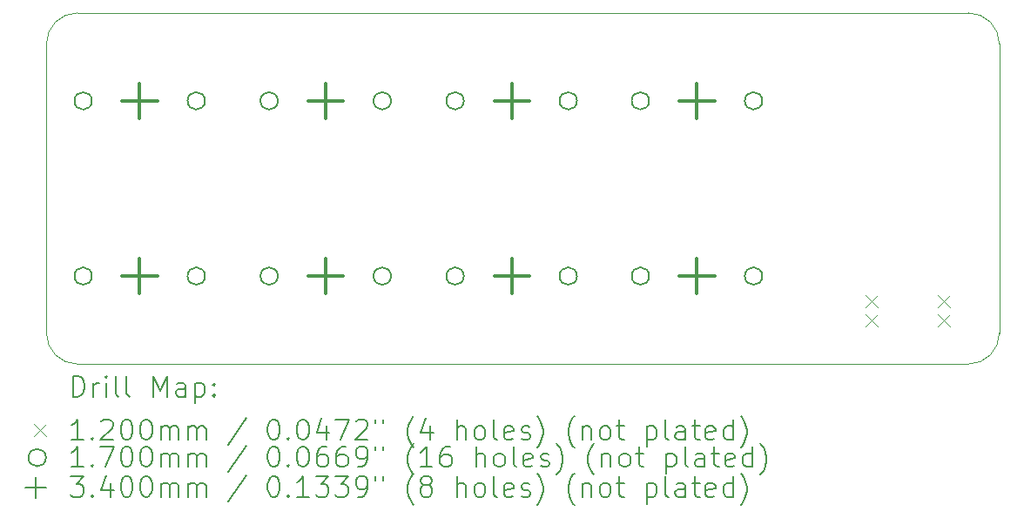
<source format=gbr>
%TF.GenerationSoftware,KiCad,Pcbnew,7.0.7*%
%TF.CreationDate,2023-09-04T22:47:56+10:00*%
%TF.ProjectId,art,6172742e-6b69-4636-9164-5f7063625858,rev?*%
%TF.SameCoordinates,Original*%
%TF.FileFunction,Drillmap*%
%TF.FilePolarity,Positive*%
%FSLAX45Y45*%
G04 Gerber Fmt 4.5, Leading zero omitted, Abs format (unit mm)*
G04 Created by KiCad (PCBNEW 7.0.7) date 2023-09-04 22:47:56*
%MOMM*%
%LPD*%
G01*
G04 APERTURE LIST*
%ADD10C,0.100000*%
%ADD11C,0.200000*%
%ADD12C,0.120000*%
%ADD13C,0.170000*%
%ADD14C,0.340000*%
G04 APERTURE END LIST*
D10*
X2842615Y-5913569D02*
G75*
G03*
X3142615Y-6213569I300000J0D01*
G01*
X11807158Y-6213568D02*
G75*
G03*
X12107158Y-5913569I2J299998D01*
G01*
X11807158Y-6213569D02*
X3142615Y-6213569D01*
X3142615Y-2797966D02*
X11807158Y-2797966D01*
X12107154Y-3097966D02*
G75*
G03*
X11807158Y-2797966I-299994J6D01*
G01*
X2842615Y-5913569D02*
X2842615Y-3097966D01*
X12107158Y-3097966D02*
X12107158Y-5913569D01*
X3142615Y-2797966D02*
G75*
G03*
X2842615Y-3097966I1J-300001D01*
G01*
D11*
D12*
X10807686Y-5545208D02*
X10927686Y-5665208D01*
X10927686Y-5545208D02*
X10807686Y-5665208D01*
X10807686Y-5727768D02*
X10927686Y-5847768D01*
X10927686Y-5727768D02*
X10807686Y-5847768D01*
X11507686Y-5545208D02*
X11627686Y-5665208D01*
X11627686Y-5545208D02*
X11507686Y-5665208D01*
X11507686Y-5727768D02*
X11627686Y-5847768D01*
X11627686Y-5727768D02*
X11507686Y-5847768D01*
D13*
X3284039Y-3653239D02*
G75*
G03*
X3284039Y-3653239I-85000J0D01*
G01*
X3284039Y-5357500D02*
G75*
G03*
X3284039Y-5357500I-85000J0D01*
G01*
X4384039Y-3653239D02*
G75*
G03*
X4384039Y-3653239I-85000J0D01*
G01*
X4384039Y-5357500D02*
G75*
G03*
X4384039Y-5357500I-85000J0D01*
G01*
X5092300Y-3653239D02*
G75*
G03*
X5092300Y-3653239I-85000J0D01*
G01*
X5092300Y-5357500D02*
G75*
G03*
X5092300Y-5357500I-85000J0D01*
G01*
X6192300Y-3653239D02*
G75*
G03*
X6192300Y-3653239I-85000J0D01*
G01*
X6192300Y-5357500D02*
G75*
G03*
X6192300Y-5357500I-85000J0D01*
G01*
X6900560Y-3653239D02*
G75*
G03*
X6900560Y-3653239I-85000J0D01*
G01*
X6900560Y-5357500D02*
G75*
G03*
X6900560Y-5357500I-85000J0D01*
G01*
X8000560Y-3653239D02*
G75*
G03*
X8000560Y-3653239I-85000J0D01*
G01*
X8000560Y-5357500D02*
G75*
G03*
X8000560Y-5357500I-85000J0D01*
G01*
X8702500Y-3653239D02*
G75*
G03*
X8702500Y-3653239I-85000J0D01*
G01*
X8702500Y-5357500D02*
G75*
G03*
X8702500Y-5357500I-85000J0D01*
G01*
X9802500Y-3653239D02*
G75*
G03*
X9802500Y-3653239I-85000J0D01*
G01*
X9802500Y-5357500D02*
G75*
G03*
X9802500Y-5357500I-85000J0D01*
G01*
D14*
X3749039Y-3483239D02*
X3749039Y-3823239D01*
X3579039Y-3653239D02*
X3919039Y-3653239D01*
X3749039Y-5187500D02*
X3749039Y-5527500D01*
X3579039Y-5357500D02*
X3919039Y-5357500D01*
X5557300Y-3483239D02*
X5557300Y-3823239D01*
X5387300Y-3653239D02*
X5727300Y-3653239D01*
X5557300Y-5187500D02*
X5557300Y-5527500D01*
X5387300Y-5357500D02*
X5727300Y-5357500D01*
X7365560Y-3483239D02*
X7365560Y-3823239D01*
X7195560Y-3653239D02*
X7535560Y-3653239D01*
X7365560Y-5187500D02*
X7365560Y-5527500D01*
X7195560Y-5357500D02*
X7535560Y-5357500D01*
X9167500Y-3483239D02*
X9167500Y-3823239D01*
X8997500Y-3653239D02*
X9337500Y-3653239D01*
X9167500Y-5187500D02*
X9167500Y-5527500D01*
X8997500Y-5357500D02*
X9337500Y-5357500D01*
D11*
X3098392Y-6530053D02*
X3098392Y-6330053D01*
X3098392Y-6330053D02*
X3146011Y-6330053D01*
X3146011Y-6330053D02*
X3174582Y-6339577D01*
X3174582Y-6339577D02*
X3193630Y-6358624D01*
X3193630Y-6358624D02*
X3203153Y-6377672D01*
X3203153Y-6377672D02*
X3212677Y-6415767D01*
X3212677Y-6415767D02*
X3212677Y-6444338D01*
X3212677Y-6444338D02*
X3203153Y-6482434D01*
X3203153Y-6482434D02*
X3193630Y-6501481D01*
X3193630Y-6501481D02*
X3174582Y-6520529D01*
X3174582Y-6520529D02*
X3146011Y-6530053D01*
X3146011Y-6530053D02*
X3098392Y-6530053D01*
X3298392Y-6530053D02*
X3298392Y-6396719D01*
X3298392Y-6434815D02*
X3307915Y-6415767D01*
X3307915Y-6415767D02*
X3317439Y-6406243D01*
X3317439Y-6406243D02*
X3336487Y-6396719D01*
X3336487Y-6396719D02*
X3355534Y-6396719D01*
X3422201Y-6530053D02*
X3422201Y-6396719D01*
X3422201Y-6330053D02*
X3412677Y-6339577D01*
X3412677Y-6339577D02*
X3422201Y-6349100D01*
X3422201Y-6349100D02*
X3431725Y-6339577D01*
X3431725Y-6339577D02*
X3422201Y-6330053D01*
X3422201Y-6330053D02*
X3422201Y-6349100D01*
X3546011Y-6530053D02*
X3526963Y-6520529D01*
X3526963Y-6520529D02*
X3517439Y-6501481D01*
X3517439Y-6501481D02*
X3517439Y-6330053D01*
X3650772Y-6530053D02*
X3631725Y-6520529D01*
X3631725Y-6520529D02*
X3622201Y-6501481D01*
X3622201Y-6501481D02*
X3622201Y-6330053D01*
X3879344Y-6530053D02*
X3879344Y-6330053D01*
X3879344Y-6330053D02*
X3946011Y-6472910D01*
X3946011Y-6472910D02*
X4012677Y-6330053D01*
X4012677Y-6330053D02*
X4012677Y-6530053D01*
X4193630Y-6530053D02*
X4193630Y-6425291D01*
X4193630Y-6425291D02*
X4184106Y-6406243D01*
X4184106Y-6406243D02*
X4165058Y-6396719D01*
X4165058Y-6396719D02*
X4126963Y-6396719D01*
X4126963Y-6396719D02*
X4107915Y-6406243D01*
X4193630Y-6520529D02*
X4174582Y-6530053D01*
X4174582Y-6530053D02*
X4126963Y-6530053D01*
X4126963Y-6530053D02*
X4107915Y-6520529D01*
X4107915Y-6520529D02*
X4098392Y-6501481D01*
X4098392Y-6501481D02*
X4098392Y-6482434D01*
X4098392Y-6482434D02*
X4107915Y-6463386D01*
X4107915Y-6463386D02*
X4126963Y-6453862D01*
X4126963Y-6453862D02*
X4174582Y-6453862D01*
X4174582Y-6453862D02*
X4193630Y-6444338D01*
X4288868Y-6396719D02*
X4288868Y-6596719D01*
X4288868Y-6406243D02*
X4307915Y-6396719D01*
X4307915Y-6396719D02*
X4346011Y-6396719D01*
X4346011Y-6396719D02*
X4365058Y-6406243D01*
X4365058Y-6406243D02*
X4374582Y-6415767D01*
X4374582Y-6415767D02*
X4384106Y-6434815D01*
X4384106Y-6434815D02*
X4384106Y-6491957D01*
X4384106Y-6491957D02*
X4374582Y-6511005D01*
X4374582Y-6511005D02*
X4365058Y-6520529D01*
X4365058Y-6520529D02*
X4346011Y-6530053D01*
X4346011Y-6530053D02*
X4307915Y-6530053D01*
X4307915Y-6530053D02*
X4288868Y-6520529D01*
X4469820Y-6511005D02*
X4479344Y-6520529D01*
X4479344Y-6520529D02*
X4469820Y-6530053D01*
X4469820Y-6530053D02*
X4460296Y-6520529D01*
X4460296Y-6520529D02*
X4469820Y-6511005D01*
X4469820Y-6511005D02*
X4469820Y-6530053D01*
X4469820Y-6406243D02*
X4479344Y-6415767D01*
X4479344Y-6415767D02*
X4469820Y-6425291D01*
X4469820Y-6425291D02*
X4460296Y-6415767D01*
X4460296Y-6415767D02*
X4469820Y-6406243D01*
X4469820Y-6406243D02*
X4469820Y-6425291D01*
D12*
X2717615Y-6798569D02*
X2837615Y-6918569D01*
X2837615Y-6798569D02*
X2717615Y-6918569D01*
D11*
X3203153Y-6950053D02*
X3088868Y-6950053D01*
X3146011Y-6950053D02*
X3146011Y-6750053D01*
X3146011Y-6750053D02*
X3126963Y-6778624D01*
X3126963Y-6778624D02*
X3107915Y-6797672D01*
X3107915Y-6797672D02*
X3088868Y-6807196D01*
X3288868Y-6931005D02*
X3298392Y-6940529D01*
X3298392Y-6940529D02*
X3288868Y-6950053D01*
X3288868Y-6950053D02*
X3279344Y-6940529D01*
X3279344Y-6940529D02*
X3288868Y-6931005D01*
X3288868Y-6931005D02*
X3288868Y-6950053D01*
X3374582Y-6769100D02*
X3384106Y-6759577D01*
X3384106Y-6759577D02*
X3403153Y-6750053D01*
X3403153Y-6750053D02*
X3450773Y-6750053D01*
X3450773Y-6750053D02*
X3469820Y-6759577D01*
X3469820Y-6759577D02*
X3479344Y-6769100D01*
X3479344Y-6769100D02*
X3488868Y-6788148D01*
X3488868Y-6788148D02*
X3488868Y-6807196D01*
X3488868Y-6807196D02*
X3479344Y-6835767D01*
X3479344Y-6835767D02*
X3365058Y-6950053D01*
X3365058Y-6950053D02*
X3488868Y-6950053D01*
X3612677Y-6750053D02*
X3631725Y-6750053D01*
X3631725Y-6750053D02*
X3650773Y-6759577D01*
X3650773Y-6759577D02*
X3660296Y-6769100D01*
X3660296Y-6769100D02*
X3669820Y-6788148D01*
X3669820Y-6788148D02*
X3679344Y-6826243D01*
X3679344Y-6826243D02*
X3679344Y-6873862D01*
X3679344Y-6873862D02*
X3669820Y-6911957D01*
X3669820Y-6911957D02*
X3660296Y-6931005D01*
X3660296Y-6931005D02*
X3650773Y-6940529D01*
X3650773Y-6940529D02*
X3631725Y-6950053D01*
X3631725Y-6950053D02*
X3612677Y-6950053D01*
X3612677Y-6950053D02*
X3593630Y-6940529D01*
X3593630Y-6940529D02*
X3584106Y-6931005D01*
X3584106Y-6931005D02*
X3574582Y-6911957D01*
X3574582Y-6911957D02*
X3565058Y-6873862D01*
X3565058Y-6873862D02*
X3565058Y-6826243D01*
X3565058Y-6826243D02*
X3574582Y-6788148D01*
X3574582Y-6788148D02*
X3584106Y-6769100D01*
X3584106Y-6769100D02*
X3593630Y-6759577D01*
X3593630Y-6759577D02*
X3612677Y-6750053D01*
X3803153Y-6750053D02*
X3822201Y-6750053D01*
X3822201Y-6750053D02*
X3841249Y-6759577D01*
X3841249Y-6759577D02*
X3850773Y-6769100D01*
X3850773Y-6769100D02*
X3860296Y-6788148D01*
X3860296Y-6788148D02*
X3869820Y-6826243D01*
X3869820Y-6826243D02*
X3869820Y-6873862D01*
X3869820Y-6873862D02*
X3860296Y-6911957D01*
X3860296Y-6911957D02*
X3850773Y-6931005D01*
X3850773Y-6931005D02*
X3841249Y-6940529D01*
X3841249Y-6940529D02*
X3822201Y-6950053D01*
X3822201Y-6950053D02*
X3803153Y-6950053D01*
X3803153Y-6950053D02*
X3784106Y-6940529D01*
X3784106Y-6940529D02*
X3774582Y-6931005D01*
X3774582Y-6931005D02*
X3765058Y-6911957D01*
X3765058Y-6911957D02*
X3755534Y-6873862D01*
X3755534Y-6873862D02*
X3755534Y-6826243D01*
X3755534Y-6826243D02*
X3765058Y-6788148D01*
X3765058Y-6788148D02*
X3774582Y-6769100D01*
X3774582Y-6769100D02*
X3784106Y-6759577D01*
X3784106Y-6759577D02*
X3803153Y-6750053D01*
X3955534Y-6950053D02*
X3955534Y-6816719D01*
X3955534Y-6835767D02*
X3965058Y-6826243D01*
X3965058Y-6826243D02*
X3984106Y-6816719D01*
X3984106Y-6816719D02*
X4012677Y-6816719D01*
X4012677Y-6816719D02*
X4031725Y-6826243D01*
X4031725Y-6826243D02*
X4041249Y-6845291D01*
X4041249Y-6845291D02*
X4041249Y-6950053D01*
X4041249Y-6845291D02*
X4050773Y-6826243D01*
X4050773Y-6826243D02*
X4069820Y-6816719D01*
X4069820Y-6816719D02*
X4098392Y-6816719D01*
X4098392Y-6816719D02*
X4117439Y-6826243D01*
X4117439Y-6826243D02*
X4126963Y-6845291D01*
X4126963Y-6845291D02*
X4126963Y-6950053D01*
X4222201Y-6950053D02*
X4222201Y-6816719D01*
X4222201Y-6835767D02*
X4231725Y-6826243D01*
X4231725Y-6826243D02*
X4250773Y-6816719D01*
X4250773Y-6816719D02*
X4279344Y-6816719D01*
X4279344Y-6816719D02*
X4298392Y-6826243D01*
X4298392Y-6826243D02*
X4307916Y-6845291D01*
X4307916Y-6845291D02*
X4307916Y-6950053D01*
X4307916Y-6845291D02*
X4317439Y-6826243D01*
X4317439Y-6826243D02*
X4336487Y-6816719D01*
X4336487Y-6816719D02*
X4365058Y-6816719D01*
X4365058Y-6816719D02*
X4384106Y-6826243D01*
X4384106Y-6826243D02*
X4393630Y-6845291D01*
X4393630Y-6845291D02*
X4393630Y-6950053D01*
X4784106Y-6740529D02*
X4612678Y-6997672D01*
X5041249Y-6750053D02*
X5060297Y-6750053D01*
X5060297Y-6750053D02*
X5079344Y-6759577D01*
X5079344Y-6759577D02*
X5088868Y-6769100D01*
X5088868Y-6769100D02*
X5098392Y-6788148D01*
X5098392Y-6788148D02*
X5107916Y-6826243D01*
X5107916Y-6826243D02*
X5107916Y-6873862D01*
X5107916Y-6873862D02*
X5098392Y-6911957D01*
X5098392Y-6911957D02*
X5088868Y-6931005D01*
X5088868Y-6931005D02*
X5079344Y-6940529D01*
X5079344Y-6940529D02*
X5060297Y-6950053D01*
X5060297Y-6950053D02*
X5041249Y-6950053D01*
X5041249Y-6950053D02*
X5022201Y-6940529D01*
X5022201Y-6940529D02*
X5012678Y-6931005D01*
X5012678Y-6931005D02*
X5003154Y-6911957D01*
X5003154Y-6911957D02*
X4993630Y-6873862D01*
X4993630Y-6873862D02*
X4993630Y-6826243D01*
X4993630Y-6826243D02*
X5003154Y-6788148D01*
X5003154Y-6788148D02*
X5012678Y-6769100D01*
X5012678Y-6769100D02*
X5022201Y-6759577D01*
X5022201Y-6759577D02*
X5041249Y-6750053D01*
X5193630Y-6931005D02*
X5203154Y-6940529D01*
X5203154Y-6940529D02*
X5193630Y-6950053D01*
X5193630Y-6950053D02*
X5184106Y-6940529D01*
X5184106Y-6940529D02*
X5193630Y-6931005D01*
X5193630Y-6931005D02*
X5193630Y-6950053D01*
X5326963Y-6750053D02*
X5346011Y-6750053D01*
X5346011Y-6750053D02*
X5365059Y-6759577D01*
X5365059Y-6759577D02*
X5374582Y-6769100D01*
X5374582Y-6769100D02*
X5384106Y-6788148D01*
X5384106Y-6788148D02*
X5393630Y-6826243D01*
X5393630Y-6826243D02*
X5393630Y-6873862D01*
X5393630Y-6873862D02*
X5384106Y-6911957D01*
X5384106Y-6911957D02*
X5374582Y-6931005D01*
X5374582Y-6931005D02*
X5365059Y-6940529D01*
X5365059Y-6940529D02*
X5346011Y-6950053D01*
X5346011Y-6950053D02*
X5326963Y-6950053D01*
X5326963Y-6950053D02*
X5307916Y-6940529D01*
X5307916Y-6940529D02*
X5298392Y-6931005D01*
X5298392Y-6931005D02*
X5288868Y-6911957D01*
X5288868Y-6911957D02*
X5279344Y-6873862D01*
X5279344Y-6873862D02*
X5279344Y-6826243D01*
X5279344Y-6826243D02*
X5288868Y-6788148D01*
X5288868Y-6788148D02*
X5298392Y-6769100D01*
X5298392Y-6769100D02*
X5307916Y-6759577D01*
X5307916Y-6759577D02*
X5326963Y-6750053D01*
X5565059Y-6816719D02*
X5565059Y-6950053D01*
X5517439Y-6740529D02*
X5469820Y-6883386D01*
X5469820Y-6883386D02*
X5593630Y-6883386D01*
X5650773Y-6750053D02*
X5784106Y-6750053D01*
X5784106Y-6750053D02*
X5698392Y-6950053D01*
X5850773Y-6769100D02*
X5860297Y-6759577D01*
X5860297Y-6759577D02*
X5879344Y-6750053D01*
X5879344Y-6750053D02*
X5926963Y-6750053D01*
X5926963Y-6750053D02*
X5946011Y-6759577D01*
X5946011Y-6759577D02*
X5955535Y-6769100D01*
X5955535Y-6769100D02*
X5965058Y-6788148D01*
X5965058Y-6788148D02*
X5965058Y-6807196D01*
X5965058Y-6807196D02*
X5955535Y-6835767D01*
X5955535Y-6835767D02*
X5841249Y-6950053D01*
X5841249Y-6950053D02*
X5965058Y-6950053D01*
X6041249Y-6750053D02*
X6041249Y-6788148D01*
X6117439Y-6750053D02*
X6117439Y-6788148D01*
X6412678Y-7026243D02*
X6403154Y-7016719D01*
X6403154Y-7016719D02*
X6384106Y-6988148D01*
X6384106Y-6988148D02*
X6374582Y-6969100D01*
X6374582Y-6969100D02*
X6365059Y-6940529D01*
X6365059Y-6940529D02*
X6355535Y-6892910D01*
X6355535Y-6892910D02*
X6355535Y-6854815D01*
X6355535Y-6854815D02*
X6365059Y-6807196D01*
X6365059Y-6807196D02*
X6374582Y-6778624D01*
X6374582Y-6778624D02*
X6384106Y-6759577D01*
X6384106Y-6759577D02*
X6403154Y-6731005D01*
X6403154Y-6731005D02*
X6412678Y-6721481D01*
X6574582Y-6816719D02*
X6574582Y-6950053D01*
X6526963Y-6740529D02*
X6479344Y-6883386D01*
X6479344Y-6883386D02*
X6603154Y-6883386D01*
X6831725Y-6950053D02*
X6831725Y-6750053D01*
X6917440Y-6950053D02*
X6917440Y-6845291D01*
X6917440Y-6845291D02*
X6907916Y-6826243D01*
X6907916Y-6826243D02*
X6888868Y-6816719D01*
X6888868Y-6816719D02*
X6860297Y-6816719D01*
X6860297Y-6816719D02*
X6841249Y-6826243D01*
X6841249Y-6826243D02*
X6831725Y-6835767D01*
X7041249Y-6950053D02*
X7022201Y-6940529D01*
X7022201Y-6940529D02*
X7012678Y-6931005D01*
X7012678Y-6931005D02*
X7003154Y-6911957D01*
X7003154Y-6911957D02*
X7003154Y-6854815D01*
X7003154Y-6854815D02*
X7012678Y-6835767D01*
X7012678Y-6835767D02*
X7022201Y-6826243D01*
X7022201Y-6826243D02*
X7041249Y-6816719D01*
X7041249Y-6816719D02*
X7069821Y-6816719D01*
X7069821Y-6816719D02*
X7088868Y-6826243D01*
X7088868Y-6826243D02*
X7098392Y-6835767D01*
X7098392Y-6835767D02*
X7107916Y-6854815D01*
X7107916Y-6854815D02*
X7107916Y-6911957D01*
X7107916Y-6911957D02*
X7098392Y-6931005D01*
X7098392Y-6931005D02*
X7088868Y-6940529D01*
X7088868Y-6940529D02*
X7069821Y-6950053D01*
X7069821Y-6950053D02*
X7041249Y-6950053D01*
X7222201Y-6950053D02*
X7203154Y-6940529D01*
X7203154Y-6940529D02*
X7193630Y-6921481D01*
X7193630Y-6921481D02*
X7193630Y-6750053D01*
X7374582Y-6940529D02*
X7355535Y-6950053D01*
X7355535Y-6950053D02*
X7317440Y-6950053D01*
X7317440Y-6950053D02*
X7298392Y-6940529D01*
X7298392Y-6940529D02*
X7288868Y-6921481D01*
X7288868Y-6921481D02*
X7288868Y-6845291D01*
X7288868Y-6845291D02*
X7298392Y-6826243D01*
X7298392Y-6826243D02*
X7317440Y-6816719D01*
X7317440Y-6816719D02*
X7355535Y-6816719D01*
X7355535Y-6816719D02*
X7374582Y-6826243D01*
X7374582Y-6826243D02*
X7384106Y-6845291D01*
X7384106Y-6845291D02*
X7384106Y-6864338D01*
X7384106Y-6864338D02*
X7288868Y-6883386D01*
X7460297Y-6940529D02*
X7479344Y-6950053D01*
X7479344Y-6950053D02*
X7517440Y-6950053D01*
X7517440Y-6950053D02*
X7536487Y-6940529D01*
X7536487Y-6940529D02*
X7546011Y-6921481D01*
X7546011Y-6921481D02*
X7546011Y-6911957D01*
X7546011Y-6911957D02*
X7536487Y-6892910D01*
X7536487Y-6892910D02*
X7517440Y-6883386D01*
X7517440Y-6883386D02*
X7488868Y-6883386D01*
X7488868Y-6883386D02*
X7469821Y-6873862D01*
X7469821Y-6873862D02*
X7460297Y-6854815D01*
X7460297Y-6854815D02*
X7460297Y-6845291D01*
X7460297Y-6845291D02*
X7469821Y-6826243D01*
X7469821Y-6826243D02*
X7488868Y-6816719D01*
X7488868Y-6816719D02*
X7517440Y-6816719D01*
X7517440Y-6816719D02*
X7536487Y-6826243D01*
X7612678Y-7026243D02*
X7622202Y-7016719D01*
X7622202Y-7016719D02*
X7641249Y-6988148D01*
X7641249Y-6988148D02*
X7650773Y-6969100D01*
X7650773Y-6969100D02*
X7660297Y-6940529D01*
X7660297Y-6940529D02*
X7669821Y-6892910D01*
X7669821Y-6892910D02*
X7669821Y-6854815D01*
X7669821Y-6854815D02*
X7660297Y-6807196D01*
X7660297Y-6807196D02*
X7650773Y-6778624D01*
X7650773Y-6778624D02*
X7641249Y-6759577D01*
X7641249Y-6759577D02*
X7622202Y-6731005D01*
X7622202Y-6731005D02*
X7612678Y-6721481D01*
X7974583Y-7026243D02*
X7965059Y-7016719D01*
X7965059Y-7016719D02*
X7946011Y-6988148D01*
X7946011Y-6988148D02*
X7936487Y-6969100D01*
X7936487Y-6969100D02*
X7926963Y-6940529D01*
X7926963Y-6940529D02*
X7917440Y-6892910D01*
X7917440Y-6892910D02*
X7917440Y-6854815D01*
X7917440Y-6854815D02*
X7926963Y-6807196D01*
X7926963Y-6807196D02*
X7936487Y-6778624D01*
X7936487Y-6778624D02*
X7946011Y-6759577D01*
X7946011Y-6759577D02*
X7965059Y-6731005D01*
X7965059Y-6731005D02*
X7974583Y-6721481D01*
X8050773Y-6816719D02*
X8050773Y-6950053D01*
X8050773Y-6835767D02*
X8060297Y-6826243D01*
X8060297Y-6826243D02*
X8079344Y-6816719D01*
X8079344Y-6816719D02*
X8107916Y-6816719D01*
X8107916Y-6816719D02*
X8126963Y-6826243D01*
X8126963Y-6826243D02*
X8136487Y-6845291D01*
X8136487Y-6845291D02*
X8136487Y-6950053D01*
X8260297Y-6950053D02*
X8241249Y-6940529D01*
X8241249Y-6940529D02*
X8231725Y-6931005D01*
X8231725Y-6931005D02*
X8222202Y-6911957D01*
X8222202Y-6911957D02*
X8222202Y-6854815D01*
X8222202Y-6854815D02*
X8231725Y-6835767D01*
X8231725Y-6835767D02*
X8241249Y-6826243D01*
X8241249Y-6826243D02*
X8260297Y-6816719D01*
X8260297Y-6816719D02*
X8288868Y-6816719D01*
X8288868Y-6816719D02*
X8307916Y-6826243D01*
X8307916Y-6826243D02*
X8317440Y-6835767D01*
X8317440Y-6835767D02*
X8326963Y-6854815D01*
X8326963Y-6854815D02*
X8326963Y-6911957D01*
X8326963Y-6911957D02*
X8317440Y-6931005D01*
X8317440Y-6931005D02*
X8307916Y-6940529D01*
X8307916Y-6940529D02*
X8288868Y-6950053D01*
X8288868Y-6950053D02*
X8260297Y-6950053D01*
X8384106Y-6816719D02*
X8460297Y-6816719D01*
X8412678Y-6750053D02*
X8412678Y-6921481D01*
X8412678Y-6921481D02*
X8422202Y-6940529D01*
X8422202Y-6940529D02*
X8441249Y-6950053D01*
X8441249Y-6950053D02*
X8460297Y-6950053D01*
X8679345Y-6816719D02*
X8679345Y-7016719D01*
X8679345Y-6826243D02*
X8698392Y-6816719D01*
X8698392Y-6816719D02*
X8736487Y-6816719D01*
X8736487Y-6816719D02*
X8755535Y-6826243D01*
X8755535Y-6826243D02*
X8765059Y-6835767D01*
X8765059Y-6835767D02*
X8774583Y-6854815D01*
X8774583Y-6854815D02*
X8774583Y-6911957D01*
X8774583Y-6911957D02*
X8765059Y-6931005D01*
X8765059Y-6931005D02*
X8755535Y-6940529D01*
X8755535Y-6940529D02*
X8736487Y-6950053D01*
X8736487Y-6950053D02*
X8698392Y-6950053D01*
X8698392Y-6950053D02*
X8679345Y-6940529D01*
X8888868Y-6950053D02*
X8869821Y-6940529D01*
X8869821Y-6940529D02*
X8860297Y-6921481D01*
X8860297Y-6921481D02*
X8860297Y-6750053D01*
X9050773Y-6950053D02*
X9050773Y-6845291D01*
X9050773Y-6845291D02*
X9041249Y-6826243D01*
X9041249Y-6826243D02*
X9022202Y-6816719D01*
X9022202Y-6816719D02*
X8984106Y-6816719D01*
X8984106Y-6816719D02*
X8965059Y-6826243D01*
X9050773Y-6940529D02*
X9031726Y-6950053D01*
X9031726Y-6950053D02*
X8984106Y-6950053D01*
X8984106Y-6950053D02*
X8965059Y-6940529D01*
X8965059Y-6940529D02*
X8955535Y-6921481D01*
X8955535Y-6921481D02*
X8955535Y-6902434D01*
X8955535Y-6902434D02*
X8965059Y-6883386D01*
X8965059Y-6883386D02*
X8984106Y-6873862D01*
X8984106Y-6873862D02*
X9031726Y-6873862D01*
X9031726Y-6873862D02*
X9050773Y-6864338D01*
X9117440Y-6816719D02*
X9193630Y-6816719D01*
X9146011Y-6750053D02*
X9146011Y-6921481D01*
X9146011Y-6921481D02*
X9155535Y-6940529D01*
X9155535Y-6940529D02*
X9174583Y-6950053D01*
X9174583Y-6950053D02*
X9193630Y-6950053D01*
X9336487Y-6940529D02*
X9317440Y-6950053D01*
X9317440Y-6950053D02*
X9279345Y-6950053D01*
X9279345Y-6950053D02*
X9260297Y-6940529D01*
X9260297Y-6940529D02*
X9250773Y-6921481D01*
X9250773Y-6921481D02*
X9250773Y-6845291D01*
X9250773Y-6845291D02*
X9260297Y-6826243D01*
X9260297Y-6826243D02*
X9279345Y-6816719D01*
X9279345Y-6816719D02*
X9317440Y-6816719D01*
X9317440Y-6816719D02*
X9336487Y-6826243D01*
X9336487Y-6826243D02*
X9346011Y-6845291D01*
X9346011Y-6845291D02*
X9346011Y-6864338D01*
X9346011Y-6864338D02*
X9250773Y-6883386D01*
X9517440Y-6950053D02*
X9517440Y-6750053D01*
X9517440Y-6940529D02*
X9498392Y-6950053D01*
X9498392Y-6950053D02*
X9460297Y-6950053D01*
X9460297Y-6950053D02*
X9441249Y-6940529D01*
X9441249Y-6940529D02*
X9431726Y-6931005D01*
X9431726Y-6931005D02*
X9422202Y-6911957D01*
X9422202Y-6911957D02*
X9422202Y-6854815D01*
X9422202Y-6854815D02*
X9431726Y-6835767D01*
X9431726Y-6835767D02*
X9441249Y-6826243D01*
X9441249Y-6826243D02*
X9460297Y-6816719D01*
X9460297Y-6816719D02*
X9498392Y-6816719D01*
X9498392Y-6816719D02*
X9517440Y-6826243D01*
X9593630Y-7026243D02*
X9603154Y-7016719D01*
X9603154Y-7016719D02*
X9622202Y-6988148D01*
X9622202Y-6988148D02*
X9631726Y-6969100D01*
X9631726Y-6969100D02*
X9641249Y-6940529D01*
X9641249Y-6940529D02*
X9650773Y-6892910D01*
X9650773Y-6892910D02*
X9650773Y-6854815D01*
X9650773Y-6854815D02*
X9641249Y-6807196D01*
X9641249Y-6807196D02*
X9631726Y-6778624D01*
X9631726Y-6778624D02*
X9622202Y-6759577D01*
X9622202Y-6759577D02*
X9603154Y-6731005D01*
X9603154Y-6731005D02*
X9593630Y-6721481D01*
D13*
X2837615Y-7122569D02*
G75*
G03*
X2837615Y-7122569I-85000J0D01*
G01*
D11*
X3203153Y-7214053D02*
X3088868Y-7214053D01*
X3146011Y-7214053D02*
X3146011Y-7014053D01*
X3146011Y-7014053D02*
X3126963Y-7042624D01*
X3126963Y-7042624D02*
X3107915Y-7061672D01*
X3107915Y-7061672D02*
X3088868Y-7071196D01*
X3288868Y-7195005D02*
X3298392Y-7204529D01*
X3298392Y-7204529D02*
X3288868Y-7214053D01*
X3288868Y-7214053D02*
X3279344Y-7204529D01*
X3279344Y-7204529D02*
X3288868Y-7195005D01*
X3288868Y-7195005D02*
X3288868Y-7214053D01*
X3365058Y-7014053D02*
X3498392Y-7014053D01*
X3498392Y-7014053D02*
X3412677Y-7214053D01*
X3612677Y-7014053D02*
X3631725Y-7014053D01*
X3631725Y-7014053D02*
X3650773Y-7023577D01*
X3650773Y-7023577D02*
X3660296Y-7033100D01*
X3660296Y-7033100D02*
X3669820Y-7052148D01*
X3669820Y-7052148D02*
X3679344Y-7090243D01*
X3679344Y-7090243D02*
X3679344Y-7137862D01*
X3679344Y-7137862D02*
X3669820Y-7175957D01*
X3669820Y-7175957D02*
X3660296Y-7195005D01*
X3660296Y-7195005D02*
X3650773Y-7204529D01*
X3650773Y-7204529D02*
X3631725Y-7214053D01*
X3631725Y-7214053D02*
X3612677Y-7214053D01*
X3612677Y-7214053D02*
X3593630Y-7204529D01*
X3593630Y-7204529D02*
X3584106Y-7195005D01*
X3584106Y-7195005D02*
X3574582Y-7175957D01*
X3574582Y-7175957D02*
X3565058Y-7137862D01*
X3565058Y-7137862D02*
X3565058Y-7090243D01*
X3565058Y-7090243D02*
X3574582Y-7052148D01*
X3574582Y-7052148D02*
X3584106Y-7033100D01*
X3584106Y-7033100D02*
X3593630Y-7023577D01*
X3593630Y-7023577D02*
X3612677Y-7014053D01*
X3803153Y-7014053D02*
X3822201Y-7014053D01*
X3822201Y-7014053D02*
X3841249Y-7023577D01*
X3841249Y-7023577D02*
X3850773Y-7033100D01*
X3850773Y-7033100D02*
X3860296Y-7052148D01*
X3860296Y-7052148D02*
X3869820Y-7090243D01*
X3869820Y-7090243D02*
X3869820Y-7137862D01*
X3869820Y-7137862D02*
X3860296Y-7175957D01*
X3860296Y-7175957D02*
X3850773Y-7195005D01*
X3850773Y-7195005D02*
X3841249Y-7204529D01*
X3841249Y-7204529D02*
X3822201Y-7214053D01*
X3822201Y-7214053D02*
X3803153Y-7214053D01*
X3803153Y-7214053D02*
X3784106Y-7204529D01*
X3784106Y-7204529D02*
X3774582Y-7195005D01*
X3774582Y-7195005D02*
X3765058Y-7175957D01*
X3765058Y-7175957D02*
X3755534Y-7137862D01*
X3755534Y-7137862D02*
X3755534Y-7090243D01*
X3755534Y-7090243D02*
X3765058Y-7052148D01*
X3765058Y-7052148D02*
X3774582Y-7033100D01*
X3774582Y-7033100D02*
X3784106Y-7023577D01*
X3784106Y-7023577D02*
X3803153Y-7014053D01*
X3955534Y-7214053D02*
X3955534Y-7080719D01*
X3955534Y-7099767D02*
X3965058Y-7090243D01*
X3965058Y-7090243D02*
X3984106Y-7080719D01*
X3984106Y-7080719D02*
X4012677Y-7080719D01*
X4012677Y-7080719D02*
X4031725Y-7090243D01*
X4031725Y-7090243D02*
X4041249Y-7109291D01*
X4041249Y-7109291D02*
X4041249Y-7214053D01*
X4041249Y-7109291D02*
X4050773Y-7090243D01*
X4050773Y-7090243D02*
X4069820Y-7080719D01*
X4069820Y-7080719D02*
X4098392Y-7080719D01*
X4098392Y-7080719D02*
X4117439Y-7090243D01*
X4117439Y-7090243D02*
X4126963Y-7109291D01*
X4126963Y-7109291D02*
X4126963Y-7214053D01*
X4222201Y-7214053D02*
X4222201Y-7080719D01*
X4222201Y-7099767D02*
X4231725Y-7090243D01*
X4231725Y-7090243D02*
X4250773Y-7080719D01*
X4250773Y-7080719D02*
X4279344Y-7080719D01*
X4279344Y-7080719D02*
X4298392Y-7090243D01*
X4298392Y-7090243D02*
X4307916Y-7109291D01*
X4307916Y-7109291D02*
X4307916Y-7214053D01*
X4307916Y-7109291D02*
X4317439Y-7090243D01*
X4317439Y-7090243D02*
X4336487Y-7080719D01*
X4336487Y-7080719D02*
X4365058Y-7080719D01*
X4365058Y-7080719D02*
X4384106Y-7090243D01*
X4384106Y-7090243D02*
X4393630Y-7109291D01*
X4393630Y-7109291D02*
X4393630Y-7214053D01*
X4784106Y-7004529D02*
X4612678Y-7261672D01*
X5041249Y-7014053D02*
X5060297Y-7014053D01*
X5060297Y-7014053D02*
X5079344Y-7023577D01*
X5079344Y-7023577D02*
X5088868Y-7033100D01*
X5088868Y-7033100D02*
X5098392Y-7052148D01*
X5098392Y-7052148D02*
X5107916Y-7090243D01*
X5107916Y-7090243D02*
X5107916Y-7137862D01*
X5107916Y-7137862D02*
X5098392Y-7175957D01*
X5098392Y-7175957D02*
X5088868Y-7195005D01*
X5088868Y-7195005D02*
X5079344Y-7204529D01*
X5079344Y-7204529D02*
X5060297Y-7214053D01*
X5060297Y-7214053D02*
X5041249Y-7214053D01*
X5041249Y-7214053D02*
X5022201Y-7204529D01*
X5022201Y-7204529D02*
X5012678Y-7195005D01*
X5012678Y-7195005D02*
X5003154Y-7175957D01*
X5003154Y-7175957D02*
X4993630Y-7137862D01*
X4993630Y-7137862D02*
X4993630Y-7090243D01*
X4993630Y-7090243D02*
X5003154Y-7052148D01*
X5003154Y-7052148D02*
X5012678Y-7033100D01*
X5012678Y-7033100D02*
X5022201Y-7023577D01*
X5022201Y-7023577D02*
X5041249Y-7014053D01*
X5193630Y-7195005D02*
X5203154Y-7204529D01*
X5203154Y-7204529D02*
X5193630Y-7214053D01*
X5193630Y-7214053D02*
X5184106Y-7204529D01*
X5184106Y-7204529D02*
X5193630Y-7195005D01*
X5193630Y-7195005D02*
X5193630Y-7214053D01*
X5326963Y-7014053D02*
X5346011Y-7014053D01*
X5346011Y-7014053D02*
X5365059Y-7023577D01*
X5365059Y-7023577D02*
X5374582Y-7033100D01*
X5374582Y-7033100D02*
X5384106Y-7052148D01*
X5384106Y-7052148D02*
X5393630Y-7090243D01*
X5393630Y-7090243D02*
X5393630Y-7137862D01*
X5393630Y-7137862D02*
X5384106Y-7175957D01*
X5384106Y-7175957D02*
X5374582Y-7195005D01*
X5374582Y-7195005D02*
X5365059Y-7204529D01*
X5365059Y-7204529D02*
X5346011Y-7214053D01*
X5346011Y-7214053D02*
X5326963Y-7214053D01*
X5326963Y-7214053D02*
X5307916Y-7204529D01*
X5307916Y-7204529D02*
X5298392Y-7195005D01*
X5298392Y-7195005D02*
X5288868Y-7175957D01*
X5288868Y-7175957D02*
X5279344Y-7137862D01*
X5279344Y-7137862D02*
X5279344Y-7090243D01*
X5279344Y-7090243D02*
X5288868Y-7052148D01*
X5288868Y-7052148D02*
X5298392Y-7033100D01*
X5298392Y-7033100D02*
X5307916Y-7023577D01*
X5307916Y-7023577D02*
X5326963Y-7014053D01*
X5565059Y-7014053D02*
X5526963Y-7014053D01*
X5526963Y-7014053D02*
X5507916Y-7023577D01*
X5507916Y-7023577D02*
X5498392Y-7033100D01*
X5498392Y-7033100D02*
X5479344Y-7061672D01*
X5479344Y-7061672D02*
X5469820Y-7099767D01*
X5469820Y-7099767D02*
X5469820Y-7175957D01*
X5469820Y-7175957D02*
X5479344Y-7195005D01*
X5479344Y-7195005D02*
X5488868Y-7204529D01*
X5488868Y-7204529D02*
X5507916Y-7214053D01*
X5507916Y-7214053D02*
X5546011Y-7214053D01*
X5546011Y-7214053D02*
X5565059Y-7204529D01*
X5565059Y-7204529D02*
X5574582Y-7195005D01*
X5574582Y-7195005D02*
X5584106Y-7175957D01*
X5584106Y-7175957D02*
X5584106Y-7128338D01*
X5584106Y-7128338D02*
X5574582Y-7109291D01*
X5574582Y-7109291D02*
X5565059Y-7099767D01*
X5565059Y-7099767D02*
X5546011Y-7090243D01*
X5546011Y-7090243D02*
X5507916Y-7090243D01*
X5507916Y-7090243D02*
X5488868Y-7099767D01*
X5488868Y-7099767D02*
X5479344Y-7109291D01*
X5479344Y-7109291D02*
X5469820Y-7128338D01*
X5755535Y-7014053D02*
X5717439Y-7014053D01*
X5717439Y-7014053D02*
X5698392Y-7023577D01*
X5698392Y-7023577D02*
X5688868Y-7033100D01*
X5688868Y-7033100D02*
X5669820Y-7061672D01*
X5669820Y-7061672D02*
X5660297Y-7099767D01*
X5660297Y-7099767D02*
X5660297Y-7175957D01*
X5660297Y-7175957D02*
X5669820Y-7195005D01*
X5669820Y-7195005D02*
X5679344Y-7204529D01*
X5679344Y-7204529D02*
X5698392Y-7214053D01*
X5698392Y-7214053D02*
X5736487Y-7214053D01*
X5736487Y-7214053D02*
X5755535Y-7204529D01*
X5755535Y-7204529D02*
X5765058Y-7195005D01*
X5765058Y-7195005D02*
X5774582Y-7175957D01*
X5774582Y-7175957D02*
X5774582Y-7128338D01*
X5774582Y-7128338D02*
X5765058Y-7109291D01*
X5765058Y-7109291D02*
X5755535Y-7099767D01*
X5755535Y-7099767D02*
X5736487Y-7090243D01*
X5736487Y-7090243D02*
X5698392Y-7090243D01*
X5698392Y-7090243D02*
X5679344Y-7099767D01*
X5679344Y-7099767D02*
X5669820Y-7109291D01*
X5669820Y-7109291D02*
X5660297Y-7128338D01*
X5869820Y-7214053D02*
X5907916Y-7214053D01*
X5907916Y-7214053D02*
X5926963Y-7204529D01*
X5926963Y-7204529D02*
X5936487Y-7195005D01*
X5936487Y-7195005D02*
X5955535Y-7166434D01*
X5955535Y-7166434D02*
X5965058Y-7128338D01*
X5965058Y-7128338D02*
X5965058Y-7052148D01*
X5965058Y-7052148D02*
X5955535Y-7033100D01*
X5955535Y-7033100D02*
X5946011Y-7023577D01*
X5946011Y-7023577D02*
X5926963Y-7014053D01*
X5926963Y-7014053D02*
X5888868Y-7014053D01*
X5888868Y-7014053D02*
X5869820Y-7023577D01*
X5869820Y-7023577D02*
X5860297Y-7033100D01*
X5860297Y-7033100D02*
X5850773Y-7052148D01*
X5850773Y-7052148D02*
X5850773Y-7099767D01*
X5850773Y-7099767D02*
X5860297Y-7118815D01*
X5860297Y-7118815D02*
X5869820Y-7128338D01*
X5869820Y-7128338D02*
X5888868Y-7137862D01*
X5888868Y-7137862D02*
X5926963Y-7137862D01*
X5926963Y-7137862D02*
X5946011Y-7128338D01*
X5946011Y-7128338D02*
X5955535Y-7118815D01*
X5955535Y-7118815D02*
X5965058Y-7099767D01*
X6041249Y-7014053D02*
X6041249Y-7052148D01*
X6117439Y-7014053D02*
X6117439Y-7052148D01*
X6412678Y-7290243D02*
X6403154Y-7280719D01*
X6403154Y-7280719D02*
X6384106Y-7252148D01*
X6384106Y-7252148D02*
X6374582Y-7233100D01*
X6374582Y-7233100D02*
X6365059Y-7204529D01*
X6365059Y-7204529D02*
X6355535Y-7156910D01*
X6355535Y-7156910D02*
X6355535Y-7118815D01*
X6355535Y-7118815D02*
X6365059Y-7071196D01*
X6365059Y-7071196D02*
X6374582Y-7042624D01*
X6374582Y-7042624D02*
X6384106Y-7023577D01*
X6384106Y-7023577D02*
X6403154Y-6995005D01*
X6403154Y-6995005D02*
X6412678Y-6985481D01*
X6593630Y-7214053D02*
X6479344Y-7214053D01*
X6536487Y-7214053D02*
X6536487Y-7014053D01*
X6536487Y-7014053D02*
X6517439Y-7042624D01*
X6517439Y-7042624D02*
X6498392Y-7061672D01*
X6498392Y-7061672D02*
X6479344Y-7071196D01*
X6765059Y-7014053D02*
X6726963Y-7014053D01*
X6726963Y-7014053D02*
X6707916Y-7023577D01*
X6707916Y-7023577D02*
X6698392Y-7033100D01*
X6698392Y-7033100D02*
X6679344Y-7061672D01*
X6679344Y-7061672D02*
X6669820Y-7099767D01*
X6669820Y-7099767D02*
X6669820Y-7175957D01*
X6669820Y-7175957D02*
X6679344Y-7195005D01*
X6679344Y-7195005D02*
X6688868Y-7204529D01*
X6688868Y-7204529D02*
X6707916Y-7214053D01*
X6707916Y-7214053D02*
X6746011Y-7214053D01*
X6746011Y-7214053D02*
X6765059Y-7204529D01*
X6765059Y-7204529D02*
X6774582Y-7195005D01*
X6774582Y-7195005D02*
X6784106Y-7175957D01*
X6784106Y-7175957D02*
X6784106Y-7128338D01*
X6784106Y-7128338D02*
X6774582Y-7109291D01*
X6774582Y-7109291D02*
X6765059Y-7099767D01*
X6765059Y-7099767D02*
X6746011Y-7090243D01*
X6746011Y-7090243D02*
X6707916Y-7090243D01*
X6707916Y-7090243D02*
X6688868Y-7099767D01*
X6688868Y-7099767D02*
X6679344Y-7109291D01*
X6679344Y-7109291D02*
X6669820Y-7128338D01*
X7022201Y-7214053D02*
X7022201Y-7014053D01*
X7107916Y-7214053D02*
X7107916Y-7109291D01*
X7107916Y-7109291D02*
X7098392Y-7090243D01*
X7098392Y-7090243D02*
X7079344Y-7080719D01*
X7079344Y-7080719D02*
X7050773Y-7080719D01*
X7050773Y-7080719D02*
X7031725Y-7090243D01*
X7031725Y-7090243D02*
X7022201Y-7099767D01*
X7231725Y-7214053D02*
X7212678Y-7204529D01*
X7212678Y-7204529D02*
X7203154Y-7195005D01*
X7203154Y-7195005D02*
X7193630Y-7175957D01*
X7193630Y-7175957D02*
X7193630Y-7118815D01*
X7193630Y-7118815D02*
X7203154Y-7099767D01*
X7203154Y-7099767D02*
X7212678Y-7090243D01*
X7212678Y-7090243D02*
X7231725Y-7080719D01*
X7231725Y-7080719D02*
X7260297Y-7080719D01*
X7260297Y-7080719D02*
X7279344Y-7090243D01*
X7279344Y-7090243D02*
X7288868Y-7099767D01*
X7288868Y-7099767D02*
X7298392Y-7118815D01*
X7298392Y-7118815D02*
X7298392Y-7175957D01*
X7298392Y-7175957D02*
X7288868Y-7195005D01*
X7288868Y-7195005D02*
X7279344Y-7204529D01*
X7279344Y-7204529D02*
X7260297Y-7214053D01*
X7260297Y-7214053D02*
X7231725Y-7214053D01*
X7412678Y-7214053D02*
X7393630Y-7204529D01*
X7393630Y-7204529D02*
X7384106Y-7185481D01*
X7384106Y-7185481D02*
X7384106Y-7014053D01*
X7565059Y-7204529D02*
X7546011Y-7214053D01*
X7546011Y-7214053D02*
X7507916Y-7214053D01*
X7507916Y-7214053D02*
X7488868Y-7204529D01*
X7488868Y-7204529D02*
X7479344Y-7185481D01*
X7479344Y-7185481D02*
X7479344Y-7109291D01*
X7479344Y-7109291D02*
X7488868Y-7090243D01*
X7488868Y-7090243D02*
X7507916Y-7080719D01*
X7507916Y-7080719D02*
X7546011Y-7080719D01*
X7546011Y-7080719D02*
X7565059Y-7090243D01*
X7565059Y-7090243D02*
X7574582Y-7109291D01*
X7574582Y-7109291D02*
X7574582Y-7128338D01*
X7574582Y-7128338D02*
X7479344Y-7147386D01*
X7650773Y-7204529D02*
X7669821Y-7214053D01*
X7669821Y-7214053D02*
X7707916Y-7214053D01*
X7707916Y-7214053D02*
X7726963Y-7204529D01*
X7726963Y-7204529D02*
X7736487Y-7185481D01*
X7736487Y-7185481D02*
X7736487Y-7175957D01*
X7736487Y-7175957D02*
X7726963Y-7156910D01*
X7726963Y-7156910D02*
X7707916Y-7147386D01*
X7707916Y-7147386D02*
X7679344Y-7147386D01*
X7679344Y-7147386D02*
X7660297Y-7137862D01*
X7660297Y-7137862D02*
X7650773Y-7118815D01*
X7650773Y-7118815D02*
X7650773Y-7109291D01*
X7650773Y-7109291D02*
X7660297Y-7090243D01*
X7660297Y-7090243D02*
X7679344Y-7080719D01*
X7679344Y-7080719D02*
X7707916Y-7080719D01*
X7707916Y-7080719D02*
X7726963Y-7090243D01*
X7803154Y-7290243D02*
X7812678Y-7280719D01*
X7812678Y-7280719D02*
X7831725Y-7252148D01*
X7831725Y-7252148D02*
X7841249Y-7233100D01*
X7841249Y-7233100D02*
X7850773Y-7204529D01*
X7850773Y-7204529D02*
X7860297Y-7156910D01*
X7860297Y-7156910D02*
X7860297Y-7118815D01*
X7860297Y-7118815D02*
X7850773Y-7071196D01*
X7850773Y-7071196D02*
X7841249Y-7042624D01*
X7841249Y-7042624D02*
X7831725Y-7023577D01*
X7831725Y-7023577D02*
X7812678Y-6995005D01*
X7812678Y-6995005D02*
X7803154Y-6985481D01*
X8165059Y-7290243D02*
X8155535Y-7280719D01*
X8155535Y-7280719D02*
X8136487Y-7252148D01*
X8136487Y-7252148D02*
X8126963Y-7233100D01*
X8126963Y-7233100D02*
X8117440Y-7204529D01*
X8117440Y-7204529D02*
X8107916Y-7156910D01*
X8107916Y-7156910D02*
X8107916Y-7118815D01*
X8107916Y-7118815D02*
X8117440Y-7071196D01*
X8117440Y-7071196D02*
X8126963Y-7042624D01*
X8126963Y-7042624D02*
X8136487Y-7023577D01*
X8136487Y-7023577D02*
X8155535Y-6995005D01*
X8155535Y-6995005D02*
X8165059Y-6985481D01*
X8241249Y-7080719D02*
X8241249Y-7214053D01*
X8241249Y-7099767D02*
X8250773Y-7090243D01*
X8250773Y-7090243D02*
X8269821Y-7080719D01*
X8269821Y-7080719D02*
X8298392Y-7080719D01*
X8298392Y-7080719D02*
X8317440Y-7090243D01*
X8317440Y-7090243D02*
X8326963Y-7109291D01*
X8326963Y-7109291D02*
X8326963Y-7214053D01*
X8450773Y-7214053D02*
X8431725Y-7204529D01*
X8431725Y-7204529D02*
X8422202Y-7195005D01*
X8422202Y-7195005D02*
X8412678Y-7175957D01*
X8412678Y-7175957D02*
X8412678Y-7118815D01*
X8412678Y-7118815D02*
X8422202Y-7099767D01*
X8422202Y-7099767D02*
X8431725Y-7090243D01*
X8431725Y-7090243D02*
X8450773Y-7080719D01*
X8450773Y-7080719D02*
X8479345Y-7080719D01*
X8479345Y-7080719D02*
X8498392Y-7090243D01*
X8498392Y-7090243D02*
X8507916Y-7099767D01*
X8507916Y-7099767D02*
X8517440Y-7118815D01*
X8517440Y-7118815D02*
X8517440Y-7175957D01*
X8517440Y-7175957D02*
X8507916Y-7195005D01*
X8507916Y-7195005D02*
X8498392Y-7204529D01*
X8498392Y-7204529D02*
X8479345Y-7214053D01*
X8479345Y-7214053D02*
X8450773Y-7214053D01*
X8574583Y-7080719D02*
X8650773Y-7080719D01*
X8603154Y-7014053D02*
X8603154Y-7185481D01*
X8603154Y-7185481D02*
X8612678Y-7204529D01*
X8612678Y-7204529D02*
X8631725Y-7214053D01*
X8631725Y-7214053D02*
X8650773Y-7214053D01*
X8869821Y-7080719D02*
X8869821Y-7280719D01*
X8869821Y-7090243D02*
X8888868Y-7080719D01*
X8888868Y-7080719D02*
X8926964Y-7080719D01*
X8926964Y-7080719D02*
X8946011Y-7090243D01*
X8946011Y-7090243D02*
X8955535Y-7099767D01*
X8955535Y-7099767D02*
X8965059Y-7118815D01*
X8965059Y-7118815D02*
X8965059Y-7175957D01*
X8965059Y-7175957D02*
X8955535Y-7195005D01*
X8955535Y-7195005D02*
X8946011Y-7204529D01*
X8946011Y-7204529D02*
X8926964Y-7214053D01*
X8926964Y-7214053D02*
X8888868Y-7214053D01*
X8888868Y-7214053D02*
X8869821Y-7204529D01*
X9079345Y-7214053D02*
X9060297Y-7204529D01*
X9060297Y-7204529D02*
X9050773Y-7185481D01*
X9050773Y-7185481D02*
X9050773Y-7014053D01*
X9241249Y-7214053D02*
X9241249Y-7109291D01*
X9241249Y-7109291D02*
X9231726Y-7090243D01*
X9231726Y-7090243D02*
X9212678Y-7080719D01*
X9212678Y-7080719D02*
X9174583Y-7080719D01*
X9174583Y-7080719D02*
X9155535Y-7090243D01*
X9241249Y-7204529D02*
X9222202Y-7214053D01*
X9222202Y-7214053D02*
X9174583Y-7214053D01*
X9174583Y-7214053D02*
X9155535Y-7204529D01*
X9155535Y-7204529D02*
X9146011Y-7185481D01*
X9146011Y-7185481D02*
X9146011Y-7166434D01*
X9146011Y-7166434D02*
X9155535Y-7147386D01*
X9155535Y-7147386D02*
X9174583Y-7137862D01*
X9174583Y-7137862D02*
X9222202Y-7137862D01*
X9222202Y-7137862D02*
X9241249Y-7128338D01*
X9307916Y-7080719D02*
X9384106Y-7080719D01*
X9336487Y-7014053D02*
X9336487Y-7185481D01*
X9336487Y-7185481D02*
X9346011Y-7204529D01*
X9346011Y-7204529D02*
X9365059Y-7214053D01*
X9365059Y-7214053D02*
X9384106Y-7214053D01*
X9526964Y-7204529D02*
X9507916Y-7214053D01*
X9507916Y-7214053D02*
X9469821Y-7214053D01*
X9469821Y-7214053D02*
X9450773Y-7204529D01*
X9450773Y-7204529D02*
X9441249Y-7185481D01*
X9441249Y-7185481D02*
X9441249Y-7109291D01*
X9441249Y-7109291D02*
X9450773Y-7090243D01*
X9450773Y-7090243D02*
X9469821Y-7080719D01*
X9469821Y-7080719D02*
X9507916Y-7080719D01*
X9507916Y-7080719D02*
X9526964Y-7090243D01*
X9526964Y-7090243D02*
X9536487Y-7109291D01*
X9536487Y-7109291D02*
X9536487Y-7128338D01*
X9536487Y-7128338D02*
X9441249Y-7147386D01*
X9707916Y-7214053D02*
X9707916Y-7014053D01*
X9707916Y-7204529D02*
X9688868Y-7214053D01*
X9688868Y-7214053D02*
X9650773Y-7214053D01*
X9650773Y-7214053D02*
X9631726Y-7204529D01*
X9631726Y-7204529D02*
X9622202Y-7195005D01*
X9622202Y-7195005D02*
X9612678Y-7175957D01*
X9612678Y-7175957D02*
X9612678Y-7118815D01*
X9612678Y-7118815D02*
X9622202Y-7099767D01*
X9622202Y-7099767D02*
X9631726Y-7090243D01*
X9631726Y-7090243D02*
X9650773Y-7080719D01*
X9650773Y-7080719D02*
X9688868Y-7080719D01*
X9688868Y-7080719D02*
X9707916Y-7090243D01*
X9784107Y-7290243D02*
X9793630Y-7280719D01*
X9793630Y-7280719D02*
X9812678Y-7252148D01*
X9812678Y-7252148D02*
X9822202Y-7233100D01*
X9822202Y-7233100D02*
X9831726Y-7204529D01*
X9831726Y-7204529D02*
X9841249Y-7156910D01*
X9841249Y-7156910D02*
X9841249Y-7118815D01*
X9841249Y-7118815D02*
X9831726Y-7071196D01*
X9831726Y-7071196D02*
X9822202Y-7042624D01*
X9822202Y-7042624D02*
X9812678Y-7023577D01*
X9812678Y-7023577D02*
X9793630Y-6995005D01*
X9793630Y-6995005D02*
X9784107Y-6985481D01*
X2737615Y-7312569D02*
X2737615Y-7512569D01*
X2637615Y-7412569D02*
X2837615Y-7412569D01*
X3079344Y-7304053D02*
X3203153Y-7304053D01*
X3203153Y-7304053D02*
X3136487Y-7380243D01*
X3136487Y-7380243D02*
X3165058Y-7380243D01*
X3165058Y-7380243D02*
X3184106Y-7389767D01*
X3184106Y-7389767D02*
X3193630Y-7399291D01*
X3193630Y-7399291D02*
X3203153Y-7418338D01*
X3203153Y-7418338D02*
X3203153Y-7465957D01*
X3203153Y-7465957D02*
X3193630Y-7485005D01*
X3193630Y-7485005D02*
X3184106Y-7494529D01*
X3184106Y-7494529D02*
X3165058Y-7504053D01*
X3165058Y-7504053D02*
X3107915Y-7504053D01*
X3107915Y-7504053D02*
X3088868Y-7494529D01*
X3088868Y-7494529D02*
X3079344Y-7485005D01*
X3288868Y-7485005D02*
X3298392Y-7494529D01*
X3298392Y-7494529D02*
X3288868Y-7504053D01*
X3288868Y-7504053D02*
X3279344Y-7494529D01*
X3279344Y-7494529D02*
X3288868Y-7485005D01*
X3288868Y-7485005D02*
X3288868Y-7504053D01*
X3469820Y-7370719D02*
X3469820Y-7504053D01*
X3422201Y-7294529D02*
X3374582Y-7437386D01*
X3374582Y-7437386D02*
X3498392Y-7437386D01*
X3612677Y-7304053D02*
X3631725Y-7304053D01*
X3631725Y-7304053D02*
X3650773Y-7313577D01*
X3650773Y-7313577D02*
X3660296Y-7323100D01*
X3660296Y-7323100D02*
X3669820Y-7342148D01*
X3669820Y-7342148D02*
X3679344Y-7380243D01*
X3679344Y-7380243D02*
X3679344Y-7427862D01*
X3679344Y-7427862D02*
X3669820Y-7465957D01*
X3669820Y-7465957D02*
X3660296Y-7485005D01*
X3660296Y-7485005D02*
X3650773Y-7494529D01*
X3650773Y-7494529D02*
X3631725Y-7504053D01*
X3631725Y-7504053D02*
X3612677Y-7504053D01*
X3612677Y-7504053D02*
X3593630Y-7494529D01*
X3593630Y-7494529D02*
X3584106Y-7485005D01*
X3584106Y-7485005D02*
X3574582Y-7465957D01*
X3574582Y-7465957D02*
X3565058Y-7427862D01*
X3565058Y-7427862D02*
X3565058Y-7380243D01*
X3565058Y-7380243D02*
X3574582Y-7342148D01*
X3574582Y-7342148D02*
X3584106Y-7323100D01*
X3584106Y-7323100D02*
X3593630Y-7313577D01*
X3593630Y-7313577D02*
X3612677Y-7304053D01*
X3803153Y-7304053D02*
X3822201Y-7304053D01*
X3822201Y-7304053D02*
X3841249Y-7313577D01*
X3841249Y-7313577D02*
X3850773Y-7323100D01*
X3850773Y-7323100D02*
X3860296Y-7342148D01*
X3860296Y-7342148D02*
X3869820Y-7380243D01*
X3869820Y-7380243D02*
X3869820Y-7427862D01*
X3869820Y-7427862D02*
X3860296Y-7465957D01*
X3860296Y-7465957D02*
X3850773Y-7485005D01*
X3850773Y-7485005D02*
X3841249Y-7494529D01*
X3841249Y-7494529D02*
X3822201Y-7504053D01*
X3822201Y-7504053D02*
X3803153Y-7504053D01*
X3803153Y-7504053D02*
X3784106Y-7494529D01*
X3784106Y-7494529D02*
X3774582Y-7485005D01*
X3774582Y-7485005D02*
X3765058Y-7465957D01*
X3765058Y-7465957D02*
X3755534Y-7427862D01*
X3755534Y-7427862D02*
X3755534Y-7380243D01*
X3755534Y-7380243D02*
X3765058Y-7342148D01*
X3765058Y-7342148D02*
X3774582Y-7323100D01*
X3774582Y-7323100D02*
X3784106Y-7313577D01*
X3784106Y-7313577D02*
X3803153Y-7304053D01*
X3955534Y-7504053D02*
X3955534Y-7370719D01*
X3955534Y-7389767D02*
X3965058Y-7380243D01*
X3965058Y-7380243D02*
X3984106Y-7370719D01*
X3984106Y-7370719D02*
X4012677Y-7370719D01*
X4012677Y-7370719D02*
X4031725Y-7380243D01*
X4031725Y-7380243D02*
X4041249Y-7399291D01*
X4041249Y-7399291D02*
X4041249Y-7504053D01*
X4041249Y-7399291D02*
X4050773Y-7380243D01*
X4050773Y-7380243D02*
X4069820Y-7370719D01*
X4069820Y-7370719D02*
X4098392Y-7370719D01*
X4098392Y-7370719D02*
X4117439Y-7380243D01*
X4117439Y-7380243D02*
X4126963Y-7399291D01*
X4126963Y-7399291D02*
X4126963Y-7504053D01*
X4222201Y-7504053D02*
X4222201Y-7370719D01*
X4222201Y-7389767D02*
X4231725Y-7380243D01*
X4231725Y-7380243D02*
X4250773Y-7370719D01*
X4250773Y-7370719D02*
X4279344Y-7370719D01*
X4279344Y-7370719D02*
X4298392Y-7380243D01*
X4298392Y-7380243D02*
X4307916Y-7399291D01*
X4307916Y-7399291D02*
X4307916Y-7504053D01*
X4307916Y-7399291D02*
X4317439Y-7380243D01*
X4317439Y-7380243D02*
X4336487Y-7370719D01*
X4336487Y-7370719D02*
X4365058Y-7370719D01*
X4365058Y-7370719D02*
X4384106Y-7380243D01*
X4384106Y-7380243D02*
X4393630Y-7399291D01*
X4393630Y-7399291D02*
X4393630Y-7504053D01*
X4784106Y-7294529D02*
X4612678Y-7551672D01*
X5041249Y-7304053D02*
X5060297Y-7304053D01*
X5060297Y-7304053D02*
X5079344Y-7313577D01*
X5079344Y-7313577D02*
X5088868Y-7323100D01*
X5088868Y-7323100D02*
X5098392Y-7342148D01*
X5098392Y-7342148D02*
X5107916Y-7380243D01*
X5107916Y-7380243D02*
X5107916Y-7427862D01*
X5107916Y-7427862D02*
X5098392Y-7465957D01*
X5098392Y-7465957D02*
X5088868Y-7485005D01*
X5088868Y-7485005D02*
X5079344Y-7494529D01*
X5079344Y-7494529D02*
X5060297Y-7504053D01*
X5060297Y-7504053D02*
X5041249Y-7504053D01*
X5041249Y-7504053D02*
X5022201Y-7494529D01*
X5022201Y-7494529D02*
X5012678Y-7485005D01*
X5012678Y-7485005D02*
X5003154Y-7465957D01*
X5003154Y-7465957D02*
X4993630Y-7427862D01*
X4993630Y-7427862D02*
X4993630Y-7380243D01*
X4993630Y-7380243D02*
X5003154Y-7342148D01*
X5003154Y-7342148D02*
X5012678Y-7323100D01*
X5012678Y-7323100D02*
X5022201Y-7313577D01*
X5022201Y-7313577D02*
X5041249Y-7304053D01*
X5193630Y-7485005D02*
X5203154Y-7494529D01*
X5203154Y-7494529D02*
X5193630Y-7504053D01*
X5193630Y-7504053D02*
X5184106Y-7494529D01*
X5184106Y-7494529D02*
X5193630Y-7485005D01*
X5193630Y-7485005D02*
X5193630Y-7504053D01*
X5393630Y-7504053D02*
X5279344Y-7504053D01*
X5336487Y-7504053D02*
X5336487Y-7304053D01*
X5336487Y-7304053D02*
X5317439Y-7332624D01*
X5317439Y-7332624D02*
X5298392Y-7351672D01*
X5298392Y-7351672D02*
X5279344Y-7361196D01*
X5460297Y-7304053D02*
X5584106Y-7304053D01*
X5584106Y-7304053D02*
X5517439Y-7380243D01*
X5517439Y-7380243D02*
X5546011Y-7380243D01*
X5546011Y-7380243D02*
X5565059Y-7389767D01*
X5565059Y-7389767D02*
X5574582Y-7399291D01*
X5574582Y-7399291D02*
X5584106Y-7418338D01*
X5584106Y-7418338D02*
X5584106Y-7465957D01*
X5584106Y-7465957D02*
X5574582Y-7485005D01*
X5574582Y-7485005D02*
X5565059Y-7494529D01*
X5565059Y-7494529D02*
X5546011Y-7504053D01*
X5546011Y-7504053D02*
X5488868Y-7504053D01*
X5488868Y-7504053D02*
X5469820Y-7494529D01*
X5469820Y-7494529D02*
X5460297Y-7485005D01*
X5650773Y-7304053D02*
X5774582Y-7304053D01*
X5774582Y-7304053D02*
X5707916Y-7380243D01*
X5707916Y-7380243D02*
X5736487Y-7380243D01*
X5736487Y-7380243D02*
X5755535Y-7389767D01*
X5755535Y-7389767D02*
X5765058Y-7399291D01*
X5765058Y-7399291D02*
X5774582Y-7418338D01*
X5774582Y-7418338D02*
X5774582Y-7465957D01*
X5774582Y-7465957D02*
X5765058Y-7485005D01*
X5765058Y-7485005D02*
X5755535Y-7494529D01*
X5755535Y-7494529D02*
X5736487Y-7504053D01*
X5736487Y-7504053D02*
X5679344Y-7504053D01*
X5679344Y-7504053D02*
X5660297Y-7494529D01*
X5660297Y-7494529D02*
X5650773Y-7485005D01*
X5869820Y-7504053D02*
X5907916Y-7504053D01*
X5907916Y-7504053D02*
X5926963Y-7494529D01*
X5926963Y-7494529D02*
X5936487Y-7485005D01*
X5936487Y-7485005D02*
X5955535Y-7456434D01*
X5955535Y-7456434D02*
X5965058Y-7418338D01*
X5965058Y-7418338D02*
X5965058Y-7342148D01*
X5965058Y-7342148D02*
X5955535Y-7323100D01*
X5955535Y-7323100D02*
X5946011Y-7313577D01*
X5946011Y-7313577D02*
X5926963Y-7304053D01*
X5926963Y-7304053D02*
X5888868Y-7304053D01*
X5888868Y-7304053D02*
X5869820Y-7313577D01*
X5869820Y-7313577D02*
X5860297Y-7323100D01*
X5860297Y-7323100D02*
X5850773Y-7342148D01*
X5850773Y-7342148D02*
X5850773Y-7389767D01*
X5850773Y-7389767D02*
X5860297Y-7408815D01*
X5860297Y-7408815D02*
X5869820Y-7418338D01*
X5869820Y-7418338D02*
X5888868Y-7427862D01*
X5888868Y-7427862D02*
X5926963Y-7427862D01*
X5926963Y-7427862D02*
X5946011Y-7418338D01*
X5946011Y-7418338D02*
X5955535Y-7408815D01*
X5955535Y-7408815D02*
X5965058Y-7389767D01*
X6041249Y-7304053D02*
X6041249Y-7342148D01*
X6117439Y-7304053D02*
X6117439Y-7342148D01*
X6412678Y-7580243D02*
X6403154Y-7570719D01*
X6403154Y-7570719D02*
X6384106Y-7542148D01*
X6384106Y-7542148D02*
X6374582Y-7523100D01*
X6374582Y-7523100D02*
X6365059Y-7494529D01*
X6365059Y-7494529D02*
X6355535Y-7446910D01*
X6355535Y-7446910D02*
X6355535Y-7408815D01*
X6355535Y-7408815D02*
X6365059Y-7361196D01*
X6365059Y-7361196D02*
X6374582Y-7332624D01*
X6374582Y-7332624D02*
X6384106Y-7313577D01*
X6384106Y-7313577D02*
X6403154Y-7285005D01*
X6403154Y-7285005D02*
X6412678Y-7275481D01*
X6517439Y-7389767D02*
X6498392Y-7380243D01*
X6498392Y-7380243D02*
X6488868Y-7370719D01*
X6488868Y-7370719D02*
X6479344Y-7351672D01*
X6479344Y-7351672D02*
X6479344Y-7342148D01*
X6479344Y-7342148D02*
X6488868Y-7323100D01*
X6488868Y-7323100D02*
X6498392Y-7313577D01*
X6498392Y-7313577D02*
X6517439Y-7304053D01*
X6517439Y-7304053D02*
X6555535Y-7304053D01*
X6555535Y-7304053D02*
X6574582Y-7313577D01*
X6574582Y-7313577D02*
X6584106Y-7323100D01*
X6584106Y-7323100D02*
X6593630Y-7342148D01*
X6593630Y-7342148D02*
X6593630Y-7351672D01*
X6593630Y-7351672D02*
X6584106Y-7370719D01*
X6584106Y-7370719D02*
X6574582Y-7380243D01*
X6574582Y-7380243D02*
X6555535Y-7389767D01*
X6555535Y-7389767D02*
X6517439Y-7389767D01*
X6517439Y-7389767D02*
X6498392Y-7399291D01*
X6498392Y-7399291D02*
X6488868Y-7408815D01*
X6488868Y-7408815D02*
X6479344Y-7427862D01*
X6479344Y-7427862D02*
X6479344Y-7465957D01*
X6479344Y-7465957D02*
X6488868Y-7485005D01*
X6488868Y-7485005D02*
X6498392Y-7494529D01*
X6498392Y-7494529D02*
X6517439Y-7504053D01*
X6517439Y-7504053D02*
X6555535Y-7504053D01*
X6555535Y-7504053D02*
X6574582Y-7494529D01*
X6574582Y-7494529D02*
X6584106Y-7485005D01*
X6584106Y-7485005D02*
X6593630Y-7465957D01*
X6593630Y-7465957D02*
X6593630Y-7427862D01*
X6593630Y-7427862D02*
X6584106Y-7408815D01*
X6584106Y-7408815D02*
X6574582Y-7399291D01*
X6574582Y-7399291D02*
X6555535Y-7389767D01*
X6831725Y-7504053D02*
X6831725Y-7304053D01*
X6917440Y-7504053D02*
X6917440Y-7399291D01*
X6917440Y-7399291D02*
X6907916Y-7380243D01*
X6907916Y-7380243D02*
X6888868Y-7370719D01*
X6888868Y-7370719D02*
X6860297Y-7370719D01*
X6860297Y-7370719D02*
X6841249Y-7380243D01*
X6841249Y-7380243D02*
X6831725Y-7389767D01*
X7041249Y-7504053D02*
X7022201Y-7494529D01*
X7022201Y-7494529D02*
X7012678Y-7485005D01*
X7012678Y-7485005D02*
X7003154Y-7465957D01*
X7003154Y-7465957D02*
X7003154Y-7408815D01*
X7003154Y-7408815D02*
X7012678Y-7389767D01*
X7012678Y-7389767D02*
X7022201Y-7380243D01*
X7022201Y-7380243D02*
X7041249Y-7370719D01*
X7041249Y-7370719D02*
X7069821Y-7370719D01*
X7069821Y-7370719D02*
X7088868Y-7380243D01*
X7088868Y-7380243D02*
X7098392Y-7389767D01*
X7098392Y-7389767D02*
X7107916Y-7408815D01*
X7107916Y-7408815D02*
X7107916Y-7465957D01*
X7107916Y-7465957D02*
X7098392Y-7485005D01*
X7098392Y-7485005D02*
X7088868Y-7494529D01*
X7088868Y-7494529D02*
X7069821Y-7504053D01*
X7069821Y-7504053D02*
X7041249Y-7504053D01*
X7222201Y-7504053D02*
X7203154Y-7494529D01*
X7203154Y-7494529D02*
X7193630Y-7475481D01*
X7193630Y-7475481D02*
X7193630Y-7304053D01*
X7374582Y-7494529D02*
X7355535Y-7504053D01*
X7355535Y-7504053D02*
X7317440Y-7504053D01*
X7317440Y-7504053D02*
X7298392Y-7494529D01*
X7298392Y-7494529D02*
X7288868Y-7475481D01*
X7288868Y-7475481D02*
X7288868Y-7399291D01*
X7288868Y-7399291D02*
X7298392Y-7380243D01*
X7298392Y-7380243D02*
X7317440Y-7370719D01*
X7317440Y-7370719D02*
X7355535Y-7370719D01*
X7355535Y-7370719D02*
X7374582Y-7380243D01*
X7374582Y-7380243D02*
X7384106Y-7399291D01*
X7384106Y-7399291D02*
X7384106Y-7418338D01*
X7384106Y-7418338D02*
X7288868Y-7437386D01*
X7460297Y-7494529D02*
X7479344Y-7504053D01*
X7479344Y-7504053D02*
X7517440Y-7504053D01*
X7517440Y-7504053D02*
X7536487Y-7494529D01*
X7536487Y-7494529D02*
X7546011Y-7475481D01*
X7546011Y-7475481D02*
X7546011Y-7465957D01*
X7546011Y-7465957D02*
X7536487Y-7446910D01*
X7536487Y-7446910D02*
X7517440Y-7437386D01*
X7517440Y-7437386D02*
X7488868Y-7437386D01*
X7488868Y-7437386D02*
X7469821Y-7427862D01*
X7469821Y-7427862D02*
X7460297Y-7408815D01*
X7460297Y-7408815D02*
X7460297Y-7399291D01*
X7460297Y-7399291D02*
X7469821Y-7380243D01*
X7469821Y-7380243D02*
X7488868Y-7370719D01*
X7488868Y-7370719D02*
X7517440Y-7370719D01*
X7517440Y-7370719D02*
X7536487Y-7380243D01*
X7612678Y-7580243D02*
X7622202Y-7570719D01*
X7622202Y-7570719D02*
X7641249Y-7542148D01*
X7641249Y-7542148D02*
X7650773Y-7523100D01*
X7650773Y-7523100D02*
X7660297Y-7494529D01*
X7660297Y-7494529D02*
X7669821Y-7446910D01*
X7669821Y-7446910D02*
X7669821Y-7408815D01*
X7669821Y-7408815D02*
X7660297Y-7361196D01*
X7660297Y-7361196D02*
X7650773Y-7332624D01*
X7650773Y-7332624D02*
X7641249Y-7313577D01*
X7641249Y-7313577D02*
X7622202Y-7285005D01*
X7622202Y-7285005D02*
X7612678Y-7275481D01*
X7974583Y-7580243D02*
X7965059Y-7570719D01*
X7965059Y-7570719D02*
X7946011Y-7542148D01*
X7946011Y-7542148D02*
X7936487Y-7523100D01*
X7936487Y-7523100D02*
X7926963Y-7494529D01*
X7926963Y-7494529D02*
X7917440Y-7446910D01*
X7917440Y-7446910D02*
X7917440Y-7408815D01*
X7917440Y-7408815D02*
X7926963Y-7361196D01*
X7926963Y-7361196D02*
X7936487Y-7332624D01*
X7936487Y-7332624D02*
X7946011Y-7313577D01*
X7946011Y-7313577D02*
X7965059Y-7285005D01*
X7965059Y-7285005D02*
X7974583Y-7275481D01*
X8050773Y-7370719D02*
X8050773Y-7504053D01*
X8050773Y-7389767D02*
X8060297Y-7380243D01*
X8060297Y-7380243D02*
X8079344Y-7370719D01*
X8079344Y-7370719D02*
X8107916Y-7370719D01*
X8107916Y-7370719D02*
X8126963Y-7380243D01*
X8126963Y-7380243D02*
X8136487Y-7399291D01*
X8136487Y-7399291D02*
X8136487Y-7504053D01*
X8260297Y-7504053D02*
X8241249Y-7494529D01*
X8241249Y-7494529D02*
X8231725Y-7485005D01*
X8231725Y-7485005D02*
X8222202Y-7465957D01*
X8222202Y-7465957D02*
X8222202Y-7408815D01*
X8222202Y-7408815D02*
X8231725Y-7389767D01*
X8231725Y-7389767D02*
X8241249Y-7380243D01*
X8241249Y-7380243D02*
X8260297Y-7370719D01*
X8260297Y-7370719D02*
X8288868Y-7370719D01*
X8288868Y-7370719D02*
X8307916Y-7380243D01*
X8307916Y-7380243D02*
X8317440Y-7389767D01*
X8317440Y-7389767D02*
X8326963Y-7408815D01*
X8326963Y-7408815D02*
X8326963Y-7465957D01*
X8326963Y-7465957D02*
X8317440Y-7485005D01*
X8317440Y-7485005D02*
X8307916Y-7494529D01*
X8307916Y-7494529D02*
X8288868Y-7504053D01*
X8288868Y-7504053D02*
X8260297Y-7504053D01*
X8384106Y-7370719D02*
X8460297Y-7370719D01*
X8412678Y-7304053D02*
X8412678Y-7475481D01*
X8412678Y-7475481D02*
X8422202Y-7494529D01*
X8422202Y-7494529D02*
X8441249Y-7504053D01*
X8441249Y-7504053D02*
X8460297Y-7504053D01*
X8679345Y-7370719D02*
X8679345Y-7570719D01*
X8679345Y-7380243D02*
X8698392Y-7370719D01*
X8698392Y-7370719D02*
X8736487Y-7370719D01*
X8736487Y-7370719D02*
X8755535Y-7380243D01*
X8755535Y-7380243D02*
X8765059Y-7389767D01*
X8765059Y-7389767D02*
X8774583Y-7408815D01*
X8774583Y-7408815D02*
X8774583Y-7465957D01*
X8774583Y-7465957D02*
X8765059Y-7485005D01*
X8765059Y-7485005D02*
X8755535Y-7494529D01*
X8755535Y-7494529D02*
X8736487Y-7504053D01*
X8736487Y-7504053D02*
X8698392Y-7504053D01*
X8698392Y-7504053D02*
X8679345Y-7494529D01*
X8888868Y-7504053D02*
X8869821Y-7494529D01*
X8869821Y-7494529D02*
X8860297Y-7475481D01*
X8860297Y-7475481D02*
X8860297Y-7304053D01*
X9050773Y-7504053D02*
X9050773Y-7399291D01*
X9050773Y-7399291D02*
X9041249Y-7380243D01*
X9041249Y-7380243D02*
X9022202Y-7370719D01*
X9022202Y-7370719D02*
X8984106Y-7370719D01*
X8984106Y-7370719D02*
X8965059Y-7380243D01*
X9050773Y-7494529D02*
X9031726Y-7504053D01*
X9031726Y-7504053D02*
X8984106Y-7504053D01*
X8984106Y-7504053D02*
X8965059Y-7494529D01*
X8965059Y-7494529D02*
X8955535Y-7475481D01*
X8955535Y-7475481D02*
X8955535Y-7456434D01*
X8955535Y-7456434D02*
X8965059Y-7437386D01*
X8965059Y-7437386D02*
X8984106Y-7427862D01*
X8984106Y-7427862D02*
X9031726Y-7427862D01*
X9031726Y-7427862D02*
X9050773Y-7418338D01*
X9117440Y-7370719D02*
X9193630Y-7370719D01*
X9146011Y-7304053D02*
X9146011Y-7475481D01*
X9146011Y-7475481D02*
X9155535Y-7494529D01*
X9155535Y-7494529D02*
X9174583Y-7504053D01*
X9174583Y-7504053D02*
X9193630Y-7504053D01*
X9336487Y-7494529D02*
X9317440Y-7504053D01*
X9317440Y-7504053D02*
X9279345Y-7504053D01*
X9279345Y-7504053D02*
X9260297Y-7494529D01*
X9260297Y-7494529D02*
X9250773Y-7475481D01*
X9250773Y-7475481D02*
X9250773Y-7399291D01*
X9250773Y-7399291D02*
X9260297Y-7380243D01*
X9260297Y-7380243D02*
X9279345Y-7370719D01*
X9279345Y-7370719D02*
X9317440Y-7370719D01*
X9317440Y-7370719D02*
X9336487Y-7380243D01*
X9336487Y-7380243D02*
X9346011Y-7399291D01*
X9346011Y-7399291D02*
X9346011Y-7418338D01*
X9346011Y-7418338D02*
X9250773Y-7437386D01*
X9517440Y-7504053D02*
X9517440Y-7304053D01*
X9517440Y-7494529D02*
X9498392Y-7504053D01*
X9498392Y-7504053D02*
X9460297Y-7504053D01*
X9460297Y-7504053D02*
X9441249Y-7494529D01*
X9441249Y-7494529D02*
X9431726Y-7485005D01*
X9431726Y-7485005D02*
X9422202Y-7465957D01*
X9422202Y-7465957D02*
X9422202Y-7408815D01*
X9422202Y-7408815D02*
X9431726Y-7389767D01*
X9431726Y-7389767D02*
X9441249Y-7380243D01*
X9441249Y-7380243D02*
X9460297Y-7370719D01*
X9460297Y-7370719D02*
X9498392Y-7370719D01*
X9498392Y-7370719D02*
X9517440Y-7380243D01*
X9593630Y-7580243D02*
X9603154Y-7570719D01*
X9603154Y-7570719D02*
X9622202Y-7542148D01*
X9622202Y-7542148D02*
X9631726Y-7523100D01*
X9631726Y-7523100D02*
X9641249Y-7494529D01*
X9641249Y-7494529D02*
X9650773Y-7446910D01*
X9650773Y-7446910D02*
X9650773Y-7408815D01*
X9650773Y-7408815D02*
X9641249Y-7361196D01*
X9641249Y-7361196D02*
X9631726Y-7332624D01*
X9631726Y-7332624D02*
X9622202Y-7313577D01*
X9622202Y-7313577D02*
X9603154Y-7285005D01*
X9603154Y-7285005D02*
X9593630Y-7275481D01*
M02*

</source>
